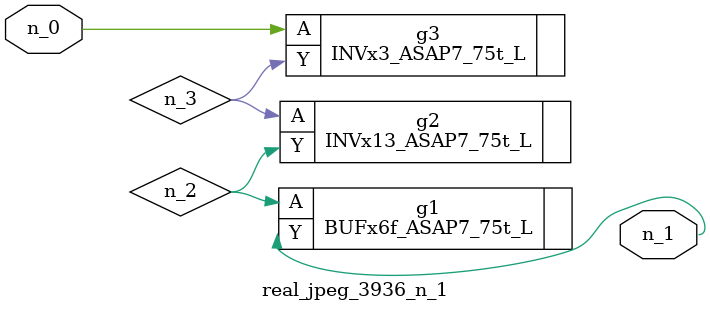
<source format=v>
module real_jpeg_3936_n_1 (n_0, n_1);

input n_0;

output n_1;

wire n_3;
wire n_2;

INVx3_ASAP7_75t_L g3 ( 
.A(n_0),
.Y(n_3)
);

BUFx6f_ASAP7_75t_L g1 ( 
.A(n_2),
.Y(n_1)
);

INVx13_ASAP7_75t_L g2 ( 
.A(n_3),
.Y(n_2)
);


endmodule
</source>
